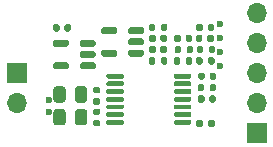
<source format=gbs>
G75*
G70*
%OFA0B0*%
%FSLAX25Y25*%
%IPPOS*%
%LPD*%
%AMOC8*
5,1,8,0,0,1.08239X$1,22.5*
%
%ADD10R,0.06693X0.06693*%
%ADD11O,0.06693X0.06693*%
%ADD12C,0.02362*%
X0000000Y0000000D02*
%LPD*%
G01*
D10*
X0010000Y0032500D03*
D11*
X0010000Y0022500D03*
D12*
X0077677Y0039665D03*
X0077677Y0034941D03*
X0077677Y0044390D03*
X0077677Y0049114D03*
X0020886Y0023681D03*
X0020886Y0019744D03*
D10*
X0090000Y0012500D03*
D11*
X0090000Y0022500D03*
X0090000Y0032500D03*
X0090000Y0042500D03*
X0090000Y0052500D03*
X0019409Y0012500D02*
%LPD*%
G01*
D12*
X0077677Y0039665D03*
X0077677Y0034941D03*
X0077677Y0044390D03*
X0077677Y0049114D03*
X0020885Y0023681D03*
X0020885Y0019744D03*
G36*
G01*
X0036338Y0043094D02*
X0036338Y0041913D01*
G75*
G02*
X0035748Y0041322I-000591J0000000D01*
G01*
X0031712Y0041322D01*
G75*
G02*
X0031122Y0041913I0000000J0000591D01*
G01*
X0031122Y0043094D01*
G75*
G02*
X0031712Y0043684I0000591J0000000D01*
G01*
X0035748Y0043684D01*
G75*
G02*
X0036338Y0043094I0000000J-000591D01*
G01*
G37*
G36*
G01*
X0036338Y0039353D02*
X0036338Y0038172D01*
G75*
G02*
X0035748Y0037582I-000591J0000000D01*
G01*
X0031712Y0037582D01*
G75*
G02*
X0031122Y0038172I0000000J0000591D01*
G01*
X0031122Y0039353D01*
G75*
G02*
X0031712Y0039944I0000591J0000000D01*
G01*
X0035748Y0039944D01*
G75*
G02*
X0036338Y0039353I0000000J-000591D01*
G01*
G37*
G36*
G01*
X0036338Y0035613D02*
X0036338Y0034432D01*
G75*
G02*
X0035748Y0033842I-000591J0000000D01*
G01*
X0031712Y0033842D01*
G75*
G02*
X0031122Y0034432I0000000J0000591D01*
G01*
X0031122Y0035613D01*
G75*
G02*
X0031712Y0036204I0000591J0000000D01*
G01*
X0035748Y0036204D01*
G75*
G02*
X0036338Y0035613I0000000J-000591D01*
G01*
G37*
G36*
G01*
X0027381Y0035613D02*
X0027381Y0034432D01*
G75*
G02*
X0026791Y0033842I-000591J0000000D01*
G01*
X0022755Y0033842D01*
G75*
G02*
X0022165Y0034432I0000000J0000591D01*
G01*
X0022165Y0035613D01*
G75*
G02*
X0022755Y0036204I0000591J0000000D01*
G01*
X0026791Y0036204D01*
G75*
G02*
X0027381Y0035613I0000000J-000591D01*
G01*
G37*
G36*
G01*
X0027381Y0043094D02*
X0027381Y0041913D01*
G75*
G02*
X0026791Y0041322I-000591J0000000D01*
G01*
X0022755Y0041322D01*
G75*
G02*
X0022165Y0041913I0000000J0000591D01*
G01*
X0022165Y0043094D01*
G75*
G02*
X0022755Y0043684I0000591J0000000D01*
G01*
X0026791Y0043684D01*
G75*
G02*
X0027381Y0043094I0000000J-000591D01*
G01*
G37*
G36*
G01*
X0036063Y0020807D02*
X0037401Y0020807D01*
G75*
G02*
X0037952Y0020256I0000000J-000551D01*
G01*
X0037952Y0019154D01*
G75*
G02*
X0037401Y0018602I-000551J0000000D01*
G01*
X0036063Y0018602D01*
G75*
G02*
X0035511Y0019154I0000000J0000551D01*
G01*
X0035511Y0020256D01*
G75*
G02*
X0036063Y0020807I0000551J0000000D01*
G01*
G37*
G36*
G01*
X0036063Y0017028D02*
X0037401Y0017028D01*
G75*
G02*
X0037952Y0016476I0000000J-000551D01*
G01*
X0037952Y0015374D01*
G75*
G02*
X0037401Y0014823I-000551J0000000D01*
G01*
X0036063Y0014823D01*
G75*
G02*
X0035511Y0015374I0000000J0000551D01*
G01*
X0035511Y0016476D01*
G75*
G02*
X0036063Y0017028I0000551J0000000D01*
G01*
G37*
G36*
G01*
X0062578Y0043524D02*
X0062578Y0044862D01*
G75*
G02*
X0063129Y0045413I0000551J0000000D01*
G01*
X0064232Y0045413D01*
G75*
G02*
X0064783Y0044862I0000000J-000551D01*
G01*
X0064783Y0043524D01*
G75*
G02*
X0064232Y0042972I-000551J0000000D01*
G01*
X0063129Y0042972D01*
G75*
G02*
X0062578Y0043524I0000000J0000551D01*
G01*
G37*
G36*
G01*
X0066358Y0043524D02*
X0066358Y0044862D01*
G75*
G02*
X0066909Y0045413I0000551J0000000D01*
G01*
X0068011Y0045413D01*
G75*
G02*
X0068563Y0044862I0000000J-000551D01*
G01*
X0068563Y0043524D01*
G75*
G02*
X0068011Y0042972I-000551J0000000D01*
G01*
X0066909Y0042972D01*
G75*
G02*
X0066358Y0043524I0000000J0000551D01*
G01*
G37*
G36*
G01*
X0075925Y0048524D02*
X0075925Y0047185D01*
G75*
G02*
X0075374Y0046634I-000551J0000000D01*
G01*
X0074271Y0046634D01*
G75*
G02*
X0073720Y0047185I0000000J0000551D01*
G01*
X0073720Y0048524D01*
G75*
G02*
X0074271Y0049075I0000551J0000000D01*
G01*
X0075374Y0049075D01*
G75*
G02*
X0075925Y0048524I0000000J-000551D01*
G01*
G37*
G36*
G01*
X0072145Y0048524D02*
X0072145Y0047185D01*
G75*
G02*
X0071594Y0046634I-000551J0000000D01*
G01*
X0070492Y0046634D01*
G75*
G02*
X0069940Y0047185I0000000J0000551D01*
G01*
X0069940Y0048524D01*
G75*
G02*
X0070492Y0049075I0000551J0000000D01*
G01*
X0071594Y0049075D01*
G75*
G02*
X0072145Y0048524I0000000J-000551D01*
G01*
G37*
G36*
G01*
X0054173Y0039783D02*
X0054173Y0041122D01*
G75*
G02*
X0054724Y0041673I0000551J0000000D01*
G01*
X0055826Y0041673D01*
G75*
G02*
X0056378Y0041122I0000000J-000551D01*
G01*
X0056378Y0039783D01*
G75*
G02*
X0055826Y0039232I-000551J0000000D01*
G01*
X0054724Y0039232D01*
G75*
G02*
X0054173Y0039783I0000000J0000551D01*
G01*
G37*
G36*
G01*
X0057952Y0039783D02*
X0057952Y0041122D01*
G75*
G02*
X0058503Y0041673I0000551J0000000D01*
G01*
X0059606Y0041673D01*
G75*
G02*
X0060157Y0041122I0000000J-000551D01*
G01*
X0060157Y0039783D01*
G75*
G02*
X0059606Y0039232I-000551J0000000D01*
G01*
X0058503Y0039232D01*
G75*
G02*
X0057952Y0039783I0000000J0000551D01*
G01*
G37*
G36*
G01*
X0075728Y0044862D02*
X0075728Y0043524D01*
G75*
G02*
X0075177Y0042972I-000551J0000000D01*
G01*
X0074074Y0042972D01*
G75*
G02*
X0073523Y0043524I0000000J0000551D01*
G01*
X0073523Y0044862D01*
G75*
G02*
X0074074Y0045413I0000551J0000000D01*
G01*
X0075177Y0045413D01*
G75*
G02*
X0075728Y0044862I0000000J-000551D01*
G01*
G37*
G36*
G01*
X0071948Y0044862D02*
X0071948Y0043524D01*
G75*
G02*
X0071397Y0042972I-000551J0000000D01*
G01*
X0070295Y0042972D01*
G75*
G02*
X0069744Y0043524I0000000J0000551D01*
G01*
X0069744Y0044862D01*
G75*
G02*
X0070295Y0045413I0000551J0000000D01*
G01*
X0071397Y0045413D01*
G75*
G02*
X0071948Y0044862I0000000J-000551D01*
G01*
G37*
G36*
G01*
X0070452Y0023346D02*
X0070452Y0024685D01*
G75*
G02*
X0071003Y0025236I0000551J0000000D01*
G01*
X0072106Y0025236D01*
G75*
G02*
X0072657Y0024685I0000000J-000551D01*
G01*
X0072657Y0023346D01*
G75*
G02*
X0072106Y0022795I-000551J0000000D01*
G01*
X0071003Y0022795D01*
G75*
G02*
X0070452Y0023346I0000000J0000551D01*
G01*
G37*
G36*
G01*
X0074232Y0023346D02*
X0074232Y0024685D01*
G75*
G02*
X0074783Y0025236I0000551J0000000D01*
G01*
X0075885Y0025236D01*
G75*
G02*
X0076437Y0024685I0000000J-000551D01*
G01*
X0076437Y0023346D01*
G75*
G02*
X0075885Y0022795I-000551J0000000D01*
G01*
X0074783Y0022795D01*
G75*
G02*
X0074232Y0023346I0000000J0000551D01*
G01*
G37*
G36*
G01*
X0039943Y0015846D02*
X0039943Y0016634D01*
G75*
G02*
X0040337Y0017028I0000394J0000000D01*
G01*
X0045357Y0017028D01*
G75*
G02*
X0045750Y0016634I0000000J-000394D01*
G01*
X0045750Y0015846D01*
G75*
G02*
X0045357Y0015453I-000394J0000000D01*
G01*
X0040337Y0015453D01*
G75*
G02*
X0039943Y0015846I0000000J0000394D01*
G01*
G37*
G36*
G01*
X0039943Y0018406D02*
X0039943Y0019193D01*
G75*
G02*
X0040337Y0019587I0000394J0000000D01*
G01*
X0045357Y0019587D01*
G75*
G02*
X0045750Y0019193I0000000J-000394D01*
G01*
X0045750Y0018406D01*
G75*
G02*
X0045357Y0018012I-000394J0000000D01*
G01*
X0040337Y0018012D01*
G75*
G02*
X0039943Y0018406I0000000J0000394D01*
G01*
G37*
G36*
G01*
X0039943Y0020965D02*
X0039943Y0021752D01*
G75*
G02*
X0040337Y0022146I0000394J0000000D01*
G01*
X0045357Y0022146D01*
G75*
G02*
X0045750Y0021752I0000000J-000394D01*
G01*
X0045750Y0020965D01*
G75*
G02*
X0045357Y0020571I-000394J0000000D01*
G01*
X0040337Y0020571D01*
G75*
G02*
X0039943Y0020965I0000000J0000394D01*
G01*
G37*
G36*
G01*
X0039943Y0023524D02*
X0039943Y0024311D01*
G75*
G02*
X0040337Y0024705I0000394J0000000D01*
G01*
X0045357Y0024705D01*
G75*
G02*
X0045750Y0024311I0000000J-000394D01*
G01*
X0045750Y0023524D01*
G75*
G02*
X0045357Y0023130I-000394J0000000D01*
G01*
X0040337Y0023130D01*
G75*
G02*
X0039943Y0023524I0000000J0000394D01*
G01*
G37*
G36*
G01*
X0039943Y0026083D02*
X0039943Y0026870D01*
G75*
G02*
X0040337Y0027264I0000394J0000000D01*
G01*
X0045357Y0027264D01*
G75*
G02*
X0045750Y0026870I0000000J-000394D01*
G01*
X0045750Y0026083D01*
G75*
G02*
X0045357Y0025689I-000394J0000000D01*
G01*
X0040337Y0025689D01*
G75*
G02*
X0039943Y0026083I0000000J0000394D01*
G01*
G37*
G36*
G01*
X0039943Y0028642D02*
X0039943Y0029429D01*
G75*
G02*
X0040337Y0029823I0000394J0000000D01*
G01*
X0045357Y0029823D01*
G75*
G02*
X0045750Y0029429I0000000J-000394D01*
G01*
X0045750Y0028642D01*
G75*
G02*
X0045357Y0028248I-000394J0000000D01*
G01*
X0040337Y0028248D01*
G75*
G02*
X0039943Y0028642I0000000J0000394D01*
G01*
G37*
G36*
G01*
X0039943Y0031201D02*
X0039943Y0031988D01*
G75*
G02*
X0040337Y0032382I0000394J0000000D01*
G01*
X0045357Y0032382D01*
G75*
G02*
X0045750Y0031988I0000000J-000394D01*
G01*
X0045750Y0031201D01*
G75*
G02*
X0045357Y0030807I-000394J0000000D01*
G01*
X0040337Y0030807D01*
G75*
G02*
X0039943Y0031201I0000000J0000394D01*
G01*
G37*
G36*
G01*
X0062483Y0031201D02*
X0062483Y0031988D01*
G75*
G02*
X0062876Y0032382I0000394J0000000D01*
G01*
X0067896Y0032382D01*
G75*
G02*
X0068290Y0031988I0000000J-000394D01*
G01*
X0068290Y0031201D01*
G75*
G02*
X0067896Y0030807I-000394J0000000D01*
G01*
X0062876Y0030807D01*
G75*
G02*
X0062483Y0031201I0000000J0000394D01*
G01*
G37*
G36*
G01*
X0062483Y0028642D02*
X0062483Y0029429D01*
G75*
G02*
X0062876Y0029823I0000394J0000000D01*
G01*
X0067896Y0029823D01*
G75*
G02*
X0068290Y0029429I0000000J-000394D01*
G01*
X0068290Y0028642D01*
G75*
G02*
X0067896Y0028248I-000394J0000000D01*
G01*
X0062876Y0028248D01*
G75*
G02*
X0062483Y0028642I0000000J0000394D01*
G01*
G37*
G36*
G01*
X0062483Y0026083D02*
X0062483Y0026870D01*
G75*
G02*
X0062876Y0027264I0000394J0000000D01*
G01*
X0067896Y0027264D01*
G75*
G02*
X0068290Y0026870I0000000J-000394D01*
G01*
X0068290Y0026083D01*
G75*
G02*
X0067896Y0025689I-000394J0000000D01*
G01*
X0062876Y0025689D01*
G75*
G02*
X0062483Y0026083I0000000J0000394D01*
G01*
G37*
G36*
G01*
X0062483Y0023524D02*
X0062483Y0024311D01*
G75*
G02*
X0062876Y0024705I0000394J0000000D01*
G01*
X0067896Y0024705D01*
G75*
G02*
X0068290Y0024311I0000000J-000394D01*
G01*
X0068290Y0023524D01*
G75*
G02*
X0067896Y0023130I-000394J0000000D01*
G01*
X0062876Y0023130D01*
G75*
G02*
X0062483Y0023524I0000000J0000394D01*
G01*
G37*
G36*
G01*
X0062483Y0020965D02*
X0062483Y0021752D01*
G75*
G02*
X0062876Y0022146I0000394J0000000D01*
G01*
X0067896Y0022146D01*
G75*
G02*
X0068290Y0021752I0000000J-000394D01*
G01*
X0068290Y0020965D01*
G75*
G02*
X0067896Y0020571I-000394J0000000D01*
G01*
X0062876Y0020571D01*
G75*
G02*
X0062483Y0020965I0000000J0000394D01*
G01*
G37*
G36*
G01*
X0062483Y0018406D02*
X0062483Y0019193D01*
G75*
G02*
X0062876Y0019587I0000394J0000000D01*
G01*
X0067896Y0019587D01*
G75*
G02*
X0068290Y0019193I0000000J-000394D01*
G01*
X0068290Y0018406D01*
G75*
G02*
X0067896Y0018012I-000394J0000000D01*
G01*
X0062876Y0018012D01*
G75*
G02*
X0062483Y0018406I0000000J0000394D01*
G01*
G37*
G36*
G01*
X0062483Y0015846D02*
X0062483Y0016634D01*
G75*
G02*
X0062876Y0017028I0000394J0000000D01*
G01*
X0067896Y0017028D01*
G75*
G02*
X0068290Y0016634I0000000J-000394D01*
G01*
X0068290Y0015846D01*
G75*
G02*
X0067896Y0015453I-000394J0000000D01*
G01*
X0062876Y0015453D01*
G75*
G02*
X0062483Y0015846I0000000J0000394D01*
G01*
G37*
G36*
G01*
X0022300Y0023717D02*
X0022300Y0027260D01*
G75*
G02*
X0023284Y0028244I0000984J0000000D01*
G01*
X0025351Y0028244D01*
G75*
G02*
X0026335Y0027260I0000000J-000984D01*
G01*
X0026335Y0023717D01*
G75*
G02*
X0025351Y0022732I-000984J0000000D01*
G01*
X0023284Y0022732D01*
G75*
G02*
X0022300Y0023717I0000000J0000984D01*
G01*
G37*
G36*
G01*
X0029485Y0023717D02*
X0029485Y0027260D01*
G75*
G02*
X0030469Y0028244I0000984J0000000D01*
G01*
X0032536Y0028244D01*
G75*
G02*
X0033520Y0027260I0000000J-000984D01*
G01*
X0033520Y0023717D01*
G75*
G02*
X0032536Y0022732I-000984J0000000D01*
G01*
X0030469Y0022732D01*
G75*
G02*
X0029485Y0023717I0000000J0000984D01*
G01*
G37*
G36*
G01*
X0068543Y0037441D02*
X0068543Y0035984D01*
G75*
G02*
X0068011Y0035453I-000531J0000000D01*
G01*
X0066948Y0035453D01*
G75*
G02*
X0066417Y0035984I0000000J0000531D01*
G01*
X0066417Y0037441D01*
G75*
G02*
X0066948Y0037972I0000531J0000000D01*
G01*
X0068011Y0037972D01*
G75*
G02*
X0068543Y0037441I0000000J-000531D01*
G01*
G37*
G36*
G01*
X0064527Y0037441D02*
X0064527Y0035984D01*
G75*
G02*
X0063996Y0035453I-000531J0000000D01*
G01*
X0062933Y0035453D01*
G75*
G02*
X0062401Y0035984I0000000J0000531D01*
G01*
X0062401Y0037441D01*
G75*
G02*
X0062933Y0037972I0000531J0000000D01*
G01*
X0063996Y0037972D01*
G75*
G02*
X0064527Y0037441I0000000J-000531D01*
G01*
G37*
G36*
G01*
X0028110Y0048366D02*
X0028110Y0047028D01*
G75*
G02*
X0027559Y0046476I-000551J0000000D01*
G01*
X0026456Y0046476D01*
G75*
G02*
X0025905Y0047028I0000000J0000551D01*
G01*
X0025905Y0048366D01*
G75*
G02*
X0026456Y0048917I0000551J0000000D01*
G01*
X0027559Y0048917D01*
G75*
G02*
X0028110Y0048366I0000000J-000551D01*
G01*
G37*
G36*
G01*
X0024330Y0048366D02*
X0024330Y0047028D01*
G75*
G02*
X0023779Y0046476I-000551J0000000D01*
G01*
X0022677Y0046476D01*
G75*
G02*
X0022126Y0047028I0000000J0000551D01*
G01*
X0022126Y0048366D01*
G75*
G02*
X0022677Y0048917I0000551J0000000D01*
G01*
X0023779Y0048917D01*
G75*
G02*
X0024330Y0048366I0000000J-000551D01*
G01*
G37*
G36*
G01*
X0076220Y0041181D02*
X0076220Y0039724D01*
G75*
G02*
X0075689Y0039193I-000531J0000000D01*
G01*
X0074626Y0039193D01*
G75*
G02*
X0074094Y0039724I0000000J0000531D01*
G01*
X0074094Y0041181D01*
G75*
G02*
X0074626Y0041713I0000531J0000000D01*
G01*
X0075689Y0041713D01*
G75*
G02*
X0076220Y0041181I0000000J-000531D01*
G01*
G37*
G36*
G01*
X0072204Y0041181D02*
X0072204Y0039724D01*
G75*
G02*
X0071673Y0039193I-000531J0000000D01*
G01*
X0070610Y0039193D01*
G75*
G02*
X0070078Y0039724I0000000J0000531D01*
G01*
X0070078Y0041181D01*
G75*
G02*
X0070610Y0041713I0000531J0000000D01*
G01*
X0071673Y0041713D01*
G75*
G02*
X0072204Y0041181I0000000J-000531D01*
G01*
G37*
G36*
G01*
X0060287Y0037441D02*
X0060287Y0035985D01*
G75*
G02*
X0059755Y0035453I-000531J0000000D01*
G01*
X0058692Y0035453D01*
G75*
G02*
X0058161Y0035985I0000000J0000531D01*
G01*
X0058161Y0037441D01*
G75*
G02*
X0058692Y0037973I0000531J0000000D01*
G01*
X0059755Y0037973D01*
G75*
G02*
X0060287Y0037441I0000000J-000531D01*
G01*
G37*
G36*
G01*
X0056271Y0037441D02*
X0056271Y0035985D01*
G75*
G02*
X0055739Y0035453I-000531J0000000D01*
G01*
X0054676Y0035453D01*
G75*
G02*
X0054145Y0035985I0000000J0000531D01*
G01*
X0054145Y0037441D01*
G75*
G02*
X0054676Y0037973I0000531J0000000D01*
G01*
X0055739Y0037973D01*
G75*
G02*
X0056271Y0037441I0000000J-000531D01*
G01*
G37*
G36*
G01*
X0033520Y0019685D02*
X0033520Y0016142D01*
G75*
G02*
X0032536Y0015157I-000984J0000000D01*
G01*
X0030469Y0015157D01*
G75*
G02*
X0029485Y0016142I0000000J0000984D01*
G01*
X0029485Y0019685D01*
G75*
G02*
X0030469Y0020669I0000984J0000000D01*
G01*
X0032536Y0020669D01*
G75*
G02*
X0033520Y0019685I0000000J-000984D01*
G01*
G37*
G36*
G01*
X0026335Y0019685D02*
X0026335Y0016142D01*
G75*
G02*
X0025351Y0015157I-000984J0000000D01*
G01*
X0023284Y0015157D01*
G75*
G02*
X0022300Y0016142I0000000J0000984D01*
G01*
X0022300Y0019685D01*
G75*
G02*
X0023284Y0020669I0000984J0000000D01*
G01*
X0025351Y0020669D01*
G75*
G02*
X0026335Y0019685I0000000J-000984D01*
G01*
G37*
G36*
G01*
X0060236Y0048583D02*
X0060236Y0047126D01*
G75*
G02*
X0059704Y0046594I-000531J0000000D01*
G01*
X0058641Y0046594D01*
G75*
G02*
X0058110Y0047126I0000000J0000531D01*
G01*
X0058110Y0048583D01*
G75*
G02*
X0058641Y0049114I0000531J0000000D01*
G01*
X0059704Y0049114D01*
G75*
G02*
X0060236Y0048583I0000000J-000531D01*
G01*
G37*
G36*
G01*
X0056220Y0048583D02*
X0056220Y0047126D01*
G75*
G02*
X0055689Y0046594I-000531J0000000D01*
G01*
X0054626Y0046594D01*
G75*
G02*
X0054094Y0047126I0000000J0000531D01*
G01*
X0054094Y0048583D01*
G75*
G02*
X0054626Y0049114I0000531J0000000D01*
G01*
X0055689Y0049114D01*
G75*
G02*
X0056220Y0048583I0000000J-000531D01*
G01*
G37*
G36*
G01*
X0069921Y0015079D02*
X0069921Y0016535D01*
G75*
G02*
X0070452Y0017067I0000531J0000000D01*
G01*
X0071515Y0017067D01*
G75*
G02*
X0072047Y0016535I0000000J-000531D01*
G01*
X0072047Y0015079D01*
G75*
G02*
X0071515Y0014547I-000531J0000000D01*
G01*
X0070452Y0014547D01*
G75*
G02*
X0069921Y0015079I0000000J0000531D01*
G01*
G37*
G36*
G01*
X0073937Y0015079D02*
X0073937Y0016535D01*
G75*
G02*
X0074468Y0017067I0000531J0000000D01*
G01*
X0075531Y0017067D01*
G75*
G02*
X0076063Y0016535I0000000J-000531D01*
G01*
X0076063Y0015079D01*
G75*
G02*
X0075531Y0014547I-000531J0000000D01*
G01*
X0074468Y0014547D01*
G75*
G02*
X0073937Y0015079I0000000J0000531D01*
G01*
G37*
G36*
G01*
X0070374Y0027028D02*
X0070374Y0028484D01*
G75*
G02*
X0070905Y0029016I0000531J0000000D01*
G01*
X0071968Y0029016D01*
G75*
G02*
X0072500Y0028484I0000000J-000531D01*
G01*
X0072500Y0027028D01*
G75*
G02*
X0071968Y0026496I-000531J0000000D01*
G01*
X0070905Y0026496D01*
G75*
G02*
X0070374Y0027028I0000000J0000531D01*
G01*
G37*
G36*
G01*
X0074389Y0027028D02*
X0074389Y0028484D01*
G75*
G02*
X0074921Y0029016I0000531J0000000D01*
G01*
X0075984Y0029016D01*
G75*
G02*
X0076515Y0028484I0000000J-000531D01*
G01*
X0076515Y0027028D01*
G75*
G02*
X0075984Y0026496I-000531J0000000D01*
G01*
X0074921Y0026496D01*
G75*
G02*
X0074389Y0027028I0000000J0000531D01*
G01*
G37*
G36*
G01*
X0068838Y0041181D02*
X0068838Y0039724D01*
G75*
G02*
X0068307Y0039193I-000531J0000000D01*
G01*
X0067244Y0039193D01*
G75*
G02*
X0066712Y0039724I0000000J0000531D01*
G01*
X0066712Y0041181D01*
G75*
G02*
X0067244Y0041713I0000531J0000000D01*
G01*
X0068307Y0041713D01*
G75*
G02*
X0068838Y0041181I0000000J-000531D01*
G01*
G37*
G36*
G01*
X0064822Y0041181D02*
X0064822Y0039724D01*
G75*
G02*
X0064291Y0039193I-000531J0000000D01*
G01*
X0063228Y0039193D01*
G75*
G02*
X0062696Y0039724I0000000J0000531D01*
G01*
X0062696Y0041181D01*
G75*
G02*
X0063228Y0041713I0000531J0000000D01*
G01*
X0064291Y0041713D01*
G75*
G02*
X0064822Y0041181I0000000J-000531D01*
G01*
G37*
G36*
G01*
X0076535Y0032264D02*
X0076535Y0030925D01*
G75*
G02*
X0075984Y0030374I-000551J0000000D01*
G01*
X0074881Y0030374D01*
G75*
G02*
X0074330Y0030925I0000000J0000551D01*
G01*
X0074330Y0032264D01*
G75*
G02*
X0074881Y0032815I0000551J0000000D01*
G01*
X0075984Y0032815D01*
G75*
G02*
X0076535Y0032264I0000000J-000551D01*
G01*
G37*
G36*
G01*
X0072755Y0032264D02*
X0072755Y0030925D01*
G75*
G02*
X0072204Y0030374I-000551J0000000D01*
G01*
X0071102Y0030374D01*
G75*
G02*
X0070551Y0030925I0000000J0000551D01*
G01*
X0070551Y0032264D01*
G75*
G02*
X0071102Y0032815I0000551J0000000D01*
G01*
X0072204Y0032815D01*
G75*
G02*
X0072755Y0032264I0000000J-000551D01*
G01*
G37*
G36*
G01*
X0037387Y0022049D02*
X0036049Y0022049D01*
G75*
G02*
X0035497Y0022600I0000000J0000551D01*
G01*
X0035497Y0023702D01*
G75*
G02*
X0036049Y0024254I0000551J0000000D01*
G01*
X0037387Y0024254D01*
G75*
G02*
X0037938Y0023702I0000000J-000551D01*
G01*
X0037938Y0022600D01*
G75*
G02*
X0037387Y0022049I-000551J0000000D01*
G01*
G37*
G36*
G01*
X0037387Y0025828D02*
X0036049Y0025828D01*
G75*
G02*
X0035497Y0026379I0000000J0000551D01*
G01*
X0035497Y0027482D01*
G75*
G02*
X0036049Y0028033I0000551J0000000D01*
G01*
X0037387Y0028033D01*
G75*
G02*
X0037938Y0027482I0000000J-000551D01*
G01*
X0037938Y0026379D01*
G75*
G02*
X0037387Y0025828I-000551J0000000D01*
G01*
G37*
G36*
G01*
X0069881Y0035984D02*
X0069881Y0037441D01*
G75*
G02*
X0070413Y0037972I0000531J0000000D01*
G01*
X0071476Y0037972D01*
G75*
G02*
X0072007Y0037441I0000000J-000531D01*
G01*
X0072007Y0035984D01*
G75*
G02*
X0071476Y0035453I-000531J0000000D01*
G01*
X0070413Y0035453D01*
G75*
G02*
X0069881Y0035984I0000000J0000531D01*
G01*
G37*
G36*
G01*
X0073897Y0035984D02*
X0073897Y0037441D01*
G75*
G02*
X0074429Y0037972I0000531J0000000D01*
G01*
X0075492Y0037972D01*
G75*
G02*
X0076023Y0037441I0000000J-000531D01*
G01*
X0076023Y0035984D01*
G75*
G02*
X0075492Y0035453I-000531J0000000D01*
G01*
X0074429Y0035453D01*
G75*
G02*
X0073897Y0035984I0000000J0000531D01*
G01*
G37*
G36*
G01*
X0052480Y0047343D02*
X0052480Y0046161D01*
G75*
G02*
X0051889Y0045571I-000591J0000000D01*
G01*
X0047854Y0045571D01*
G75*
G02*
X0047263Y0046161I0000000J0000591D01*
G01*
X0047263Y0047343D01*
G75*
G02*
X0047854Y0047933I0000591J0000000D01*
G01*
X0051889Y0047933D01*
G75*
G02*
X0052480Y0047343I0000000J-000591D01*
G01*
G37*
G36*
G01*
X0052480Y0043602D02*
X0052480Y0042421D01*
G75*
G02*
X0051889Y0041831I-000591J0000000D01*
G01*
X0047854Y0041831D01*
G75*
G02*
X0047263Y0042421I0000000J0000591D01*
G01*
X0047263Y0043602D01*
G75*
G02*
X0047854Y0044193I0000591J0000000D01*
G01*
X0051889Y0044193D01*
G75*
G02*
X0052480Y0043602I0000000J-000591D01*
G01*
G37*
G36*
G01*
X0052480Y0039862D02*
X0052480Y0038681D01*
G75*
G02*
X0051889Y0038091I-000591J0000000D01*
G01*
X0047854Y0038091D01*
G75*
G02*
X0047263Y0038681I0000000J0000591D01*
G01*
X0047263Y0039862D01*
G75*
G02*
X0047854Y0040453I0000591J0000000D01*
G01*
X0051889Y0040453D01*
G75*
G02*
X0052480Y0039862I0000000J-000591D01*
G01*
G37*
G36*
G01*
X0043523Y0039862D02*
X0043523Y0038681D01*
G75*
G02*
X0042933Y0038091I-000591J0000000D01*
G01*
X0038897Y0038091D01*
G75*
G02*
X0038307Y0038681I0000000J0000591D01*
G01*
X0038307Y0039862D01*
G75*
G02*
X0038897Y0040453I0000591J0000000D01*
G01*
X0042933Y0040453D01*
G75*
G02*
X0043523Y0039862I0000000J-000591D01*
G01*
G37*
G36*
G01*
X0043523Y0047343D02*
X0043523Y0046161D01*
G75*
G02*
X0042933Y0045571I-000591J0000000D01*
G01*
X0038897Y0045571D01*
G75*
G02*
X0038307Y0046161I0000000J0000591D01*
G01*
X0038307Y0047343D01*
G75*
G02*
X0038897Y0047933I0000591J0000000D01*
G01*
X0042933Y0047933D01*
G75*
G02*
X0043523Y0047343I0000000J-000591D01*
G01*
G37*
G36*
G01*
X0054173Y0043524D02*
X0054173Y0044862D01*
G75*
G02*
X0054724Y0045413I0000551J0000000D01*
G01*
X0055826Y0045413D01*
G75*
G02*
X0056378Y0044862I0000000J-000551D01*
G01*
X0056378Y0043524D01*
G75*
G02*
X0055826Y0042972I-000551J0000000D01*
G01*
X0054724Y0042972D01*
G75*
G02*
X0054173Y0043524I0000000J0000551D01*
G01*
G37*
G36*
G01*
X0057952Y0043524D02*
X0057952Y0044862D01*
G75*
G02*
X0058503Y0045413I0000551J0000000D01*
G01*
X0059606Y0045413D01*
G75*
G02*
X0060157Y0044862I0000000J-000551D01*
G01*
X0060157Y0043524D01*
G75*
G02*
X0059606Y0042972I-000551J0000000D01*
G01*
X0058503Y0042972D01*
G75*
G02*
X0057952Y0043524I0000000J0000551D01*
G01*
G37*
M02*

</source>
